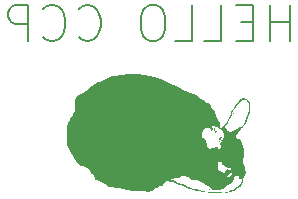
<source format=gbr>
%TF.GenerationSoftware,KiCad,Pcbnew,7.0.5*%
%TF.CreationDate,2024-08-16T02:05:39-04:00*%
%TF.ProjectId,74ls245_high_current_attempt_2,37346c73-3234-4355-9f68-6967685f6375,rev?*%
%TF.SameCoordinates,Original*%
%TF.FileFunction,Legend,Bot*%
%TF.FilePolarity,Positive*%
%FSLAX46Y46*%
G04 Gerber Fmt 4.6, Leading zero omitted, Abs format (unit mm)*
G04 Created by KiCad (PCBNEW 7.0.5) date 2024-08-16 02:05:39*
%MOMM*%
%LPD*%
G01*
G04 APERTURE LIST*
%ADD10C,0.150000*%
G04 APERTURE END LIST*
D10*
X73972218Y-23889732D02*
X73972218Y-20889732D01*
X73972218Y-22318303D02*
X72257932Y-22318303D01*
X72257932Y-23889732D02*
X72257932Y-20889732D01*
X70829361Y-22318303D02*
X69829361Y-22318303D01*
X69400789Y-23889732D02*
X70829361Y-23889732D01*
X70829361Y-23889732D02*
X70829361Y-20889732D01*
X70829361Y-20889732D02*
X69400789Y-20889732D01*
X66686503Y-23889732D02*
X68115075Y-23889732D01*
X68115075Y-23889732D02*
X68115075Y-20889732D01*
X64257932Y-23889732D02*
X65686504Y-23889732D01*
X65686504Y-23889732D02*
X65686504Y-20889732D01*
X62686504Y-20889732D02*
X62115076Y-20889732D01*
X62115076Y-20889732D02*
X61829361Y-21032589D01*
X61829361Y-21032589D02*
X61543647Y-21318303D01*
X61543647Y-21318303D02*
X61400790Y-21889732D01*
X61400790Y-21889732D02*
X61400790Y-22889732D01*
X61400790Y-22889732D02*
X61543647Y-23461160D01*
X61543647Y-23461160D02*
X61829361Y-23746875D01*
X61829361Y-23746875D02*
X62115076Y-23889732D01*
X62115076Y-23889732D02*
X62686504Y-23889732D01*
X62686504Y-23889732D02*
X62972219Y-23746875D01*
X62972219Y-23746875D02*
X63257933Y-23461160D01*
X63257933Y-23461160D02*
X63400790Y-22889732D01*
X63400790Y-22889732D02*
X63400790Y-21889732D01*
X63400790Y-21889732D02*
X63257933Y-21318303D01*
X63257933Y-21318303D02*
X62972219Y-21032589D01*
X62972219Y-21032589D02*
X62686504Y-20889732D01*
X56115076Y-23604017D02*
X56257933Y-23746875D01*
X56257933Y-23746875D02*
X56686505Y-23889732D01*
X56686505Y-23889732D02*
X56972219Y-23889732D01*
X56972219Y-23889732D02*
X57400790Y-23746875D01*
X57400790Y-23746875D02*
X57686505Y-23461160D01*
X57686505Y-23461160D02*
X57829362Y-23175446D01*
X57829362Y-23175446D02*
X57972219Y-22604017D01*
X57972219Y-22604017D02*
X57972219Y-22175446D01*
X57972219Y-22175446D02*
X57829362Y-21604017D01*
X57829362Y-21604017D02*
X57686505Y-21318303D01*
X57686505Y-21318303D02*
X57400790Y-21032589D01*
X57400790Y-21032589D02*
X56972219Y-20889732D01*
X56972219Y-20889732D02*
X56686505Y-20889732D01*
X56686505Y-20889732D02*
X56257933Y-21032589D01*
X56257933Y-21032589D02*
X56115076Y-21175446D01*
X53115076Y-23604017D02*
X53257933Y-23746875D01*
X53257933Y-23746875D02*
X53686505Y-23889732D01*
X53686505Y-23889732D02*
X53972219Y-23889732D01*
X53972219Y-23889732D02*
X54400790Y-23746875D01*
X54400790Y-23746875D02*
X54686505Y-23461160D01*
X54686505Y-23461160D02*
X54829362Y-23175446D01*
X54829362Y-23175446D02*
X54972219Y-22604017D01*
X54972219Y-22604017D02*
X54972219Y-22175446D01*
X54972219Y-22175446D02*
X54829362Y-21604017D01*
X54829362Y-21604017D02*
X54686505Y-21318303D01*
X54686505Y-21318303D02*
X54400790Y-21032589D01*
X54400790Y-21032589D02*
X53972219Y-20889732D01*
X53972219Y-20889732D02*
X53686505Y-20889732D01*
X53686505Y-20889732D02*
X53257933Y-21032589D01*
X53257933Y-21032589D02*
X53115076Y-21175446D01*
X51829362Y-23889732D02*
X51829362Y-20889732D01*
X51829362Y-20889732D02*
X50686505Y-20889732D01*
X50686505Y-20889732D02*
X50400790Y-21032589D01*
X50400790Y-21032589D02*
X50257933Y-21175446D01*
X50257933Y-21175446D02*
X50115076Y-21461160D01*
X50115076Y-21461160D02*
X50115076Y-21889732D01*
X50115076Y-21889732D02*
X50257933Y-22175446D01*
X50257933Y-22175446D02*
X50400790Y-22318303D01*
X50400790Y-22318303D02*
X50686505Y-22461160D01*
X50686505Y-22461160D02*
X51829362Y-22461160D01*
%TO.C,G\u002A\u002A\u002A*%
G36*
X68051951Y-32399531D02*
G01*
X68026951Y-32424531D01*
X68001951Y-32399531D01*
X68026951Y-32374531D01*
X68051951Y-32399531D01*
G37*
G36*
X67101951Y-31349531D02*
G01*
X67076951Y-31374531D01*
X67051951Y-31349531D01*
X67076951Y-31324531D01*
X67101951Y-31349531D01*
G37*
G36*
X68151951Y-31674531D02*
G01*
X68148343Y-31701000D01*
X68118618Y-31707864D01*
X68112634Y-31700535D01*
X68118618Y-31641197D01*
X68133657Y-31633375D01*
X68151951Y-31674531D01*
G37*
G36*
X67901951Y-31424531D02*
G01*
X67898343Y-31451000D01*
X67868618Y-31457864D01*
X67862634Y-31450535D01*
X67868618Y-31391197D01*
X67883657Y-31383375D01*
X67901951Y-31424531D01*
G37*
G36*
X67551951Y-31574531D02*
G01*
X67548343Y-31601000D01*
X67518618Y-31607864D01*
X67512634Y-31600535D01*
X67518618Y-31541197D01*
X67533657Y-31533375D01*
X67551951Y-31574531D01*
G37*
G36*
X67201951Y-36474531D02*
G01*
X67198343Y-36501000D01*
X67168618Y-36507864D01*
X67162634Y-36500535D01*
X67168618Y-36441197D01*
X67183657Y-36433375D01*
X67201951Y-36474531D01*
G37*
G36*
X69275250Y-29893125D02*
G01*
X69280523Y-29974531D01*
X69268057Y-30032824D01*
X69214478Y-30074531D01*
X69212055Y-30074512D01*
X69173812Y-30052474D01*
X69201951Y-29974531D01*
X69237883Y-29912476D01*
X69267996Y-29874531D01*
X69275250Y-29893125D01*
G37*
G36*
X67801951Y-31549531D02*
G01*
X67827535Y-31615091D01*
X67848437Y-31689981D01*
X67846040Y-31702959D01*
X67801951Y-31699531D01*
X67773009Y-31659766D01*
X67755466Y-31559080D01*
X67757680Y-31507460D01*
X67768771Y-31480938D01*
X67801951Y-31549531D01*
G37*
G36*
X67590217Y-31254533D02*
G01*
X67612018Y-31279712D01*
X67701951Y-31338086D01*
X67738473Y-31361102D01*
X67679451Y-31370583D01*
X67676562Y-31370707D01*
X67614551Y-31386587D01*
X67641951Y-31434531D01*
X67673557Y-31483563D01*
X67696151Y-31597031D01*
X67693327Y-31642646D01*
X67685547Y-31670246D01*
X67666298Y-31599531D01*
X67646149Y-31538048D01*
X67597098Y-31452031D01*
X67572463Y-31409071D01*
X67552717Y-31302031D01*
X67561093Y-31247303D01*
X67590217Y-31254533D01*
G37*
G36*
X70601951Y-29522878D02*
G01*
X70600805Y-29616727D01*
X70590131Y-29824349D01*
X70570654Y-29990887D01*
X70545329Y-30086904D01*
X70523536Y-30135596D01*
X70474840Y-30278533D01*
X70429425Y-30447725D01*
X70423160Y-30473031D01*
X70352855Y-30671392D01*
X70251106Y-30873670D01*
X70133639Y-31055154D01*
X70016179Y-31191135D01*
X69914451Y-31256903D01*
X69844315Y-31291489D01*
X69801951Y-31362060D01*
X69801951Y-31362114D01*
X69771068Y-31436867D01*
X69696512Y-31549531D01*
X69690242Y-31559005D01*
X69576951Y-31702114D01*
X69572935Y-31706821D01*
X69461458Y-31842156D01*
X69393693Y-31931890D01*
X69382151Y-31947174D01*
X69351951Y-31999490D01*
X69379527Y-32049848D01*
X69464479Y-32126273D01*
X69569690Y-32193342D01*
X69656702Y-32222867D01*
X69750176Y-32249532D01*
X69865324Y-32361868D01*
X69959663Y-32549030D01*
X70029559Y-32796987D01*
X70071376Y-33091706D01*
X70081480Y-33419156D01*
X70056236Y-33765304D01*
X70037188Y-33932899D01*
X70027609Y-34100648D01*
X70038644Y-34211724D01*
X70070973Y-34290304D01*
X70072090Y-34292160D01*
X70114059Y-34397705D01*
X70155287Y-34549531D01*
X70159688Y-34565737D01*
X70199294Y-34760755D01*
X70201964Y-34776744D01*
X70211886Y-34836159D01*
X70234443Y-34999641D01*
X70234413Y-35097626D01*
X70234410Y-35105908D01*
X70209210Y-35185380D01*
X70156264Y-35268474D01*
X70153597Y-35272271D01*
X70081717Y-35420434D01*
X70051951Y-35571355D01*
X70048497Y-35631110D01*
X70043484Y-35653106D01*
X70006991Y-35813226D01*
X69929797Y-35998945D01*
X69831201Y-36162947D01*
X69725491Y-36279915D01*
X69626951Y-36324531D01*
X69622215Y-36324894D01*
X69547329Y-36364479D01*
X69451951Y-36449531D01*
X69445669Y-36456083D01*
X69338079Y-36539958D01*
X69241630Y-36574531D01*
X69222780Y-36575809D01*
X69104983Y-36604628D01*
X68962846Y-36659484D01*
X68936622Y-36671239D01*
X68780877Y-36734092D01*
X68651951Y-36776438D01*
X68601935Y-36785444D01*
X68455187Y-36798513D01*
X68255807Y-36807168D01*
X68025589Y-36811489D01*
X67786329Y-36811558D01*
X67559818Y-36807456D01*
X67367852Y-36799264D01*
X67232225Y-36787063D01*
X67174729Y-36770935D01*
X67151465Y-36755590D01*
X67049827Y-36733295D01*
X66902256Y-36724531D01*
X66832992Y-36722615D01*
X66654736Y-36703516D01*
X66517706Y-36670556D01*
X66420260Y-36641898D01*
X66246223Y-36604905D01*
X66051951Y-36573975D01*
X65832325Y-36541190D01*
X65500483Y-36471390D01*
X65251340Y-36389005D01*
X65093399Y-36296497D01*
X65005591Y-36228378D01*
X64784467Y-36116035D01*
X64565321Y-36074531D01*
X64442953Y-36044725D01*
X64318059Y-35966176D01*
X64281553Y-35936174D01*
X64134217Y-35869411D01*
X63914836Y-35835060D01*
X63791501Y-35821186D01*
X63645212Y-35792567D01*
X63561942Y-35760209D01*
X63531565Y-35742753D01*
X63459078Y-35755528D01*
X63373012Y-35846733D01*
X63264172Y-36024531D01*
X63212564Y-36107684D01*
X63126965Y-36181791D01*
X63006286Y-36202364D01*
X63001036Y-36202482D01*
X62880188Y-36219553D01*
X62810877Y-36254969D01*
X62799743Y-36267205D01*
X62715761Y-36325497D01*
X62589451Y-36391982D01*
X62545781Y-36413479D01*
X62443024Y-36476242D01*
X62401951Y-36521985D01*
X62401141Y-36527462D01*
X62346845Y-36574801D01*
X62231299Y-36622649D01*
X62088041Y-36659671D01*
X61950613Y-36674531D01*
X61846902Y-36657230D01*
X61755814Y-36604185D01*
X61733133Y-36581775D01*
X61654174Y-36558159D01*
X61519953Y-36582843D01*
X61501267Y-36587445D01*
X61342882Y-36605668D01*
X61124200Y-36608647D01*
X60868121Y-36598511D01*
X60597544Y-36577389D01*
X60335369Y-36547410D01*
X60104495Y-36510700D01*
X59927821Y-36469389D01*
X59828248Y-36425606D01*
X59777561Y-36405729D01*
X59642289Y-36376621D01*
X59449199Y-36346801D01*
X59221648Y-36320323D01*
X59001333Y-36296725D01*
X58820258Y-36269988D01*
X58696149Y-36237913D01*
X58606037Y-36194306D01*
X58526951Y-36132972D01*
X58381811Y-36014545D01*
X58197461Y-35908070D01*
X58032979Y-35874531D01*
X57951130Y-35858955D01*
X57886123Y-35805401D01*
X57878211Y-35792210D01*
X57797537Y-35736508D01*
X57668274Y-35691313D01*
X57634381Y-35680958D01*
X63861195Y-35680958D01*
X63901478Y-35709555D01*
X63991030Y-35699603D01*
X64097177Y-35652859D01*
X64137893Y-35633426D01*
X64132632Y-35665339D01*
X64137350Y-35710536D01*
X64221227Y-35752561D01*
X64313064Y-35790595D01*
X64431021Y-35879027D01*
X64521672Y-35941321D01*
X64658180Y-35974531D01*
X64734274Y-35985075D01*
X64899226Y-36040568D01*
X65078284Y-36127830D01*
X65230824Y-36228821D01*
X65280403Y-36257150D01*
X65416686Y-36310776D01*
X65596001Y-36367982D01*
X65784923Y-36419206D01*
X65950028Y-36454883D01*
X66057892Y-36465451D01*
X66127253Y-36469528D01*
X66279027Y-36499639D01*
X66451951Y-36550196D01*
X66565064Y-36585338D01*
X66753700Y-36631903D01*
X66901951Y-36654628D01*
X66965338Y-36658418D01*
X67134512Y-36668332D01*
X67353723Y-36681030D01*
X67591592Y-36694690D01*
X67731935Y-36703114D01*
X67961976Y-36718562D01*
X68154573Y-36733452D01*
X68278516Y-36745479D01*
X68296338Y-36747414D01*
X68415806Y-36745322D01*
X68480804Y-36718296D01*
X68505247Y-36696068D01*
X68593881Y-36677396D01*
X68643224Y-36677436D01*
X68758966Y-36656916D01*
X68859206Y-36619760D01*
X68901951Y-36579334D01*
X68902337Y-36576984D01*
X68953147Y-36550992D01*
X69063396Y-36533500D01*
X69067120Y-36533197D01*
X69191006Y-36502616D01*
X69265882Y-36447863D01*
X69269419Y-36442110D01*
X69346362Y-36368159D01*
X69465080Y-36292742D01*
X69560404Y-36231727D01*
X69700906Y-36100704D01*
X69819295Y-35945747D01*
X69902130Y-35789125D01*
X69935971Y-35653106D01*
X69907378Y-35559957D01*
X69845301Y-35527872D01*
X69750704Y-35563706D01*
X69689594Y-35595191D01*
X69658186Y-35572688D01*
X69651951Y-35468704D01*
X69644420Y-35363112D01*
X69601330Y-35329532D01*
X69491937Y-35344033D01*
X69402115Y-35368840D01*
X69288922Y-35448975D01*
X69274640Y-35500510D01*
X69252717Y-35579615D01*
X69241389Y-35625378D01*
X69167345Y-35740506D01*
X69044982Y-35870832D01*
X68898635Y-35992017D01*
X68752642Y-36079724D01*
X68695077Y-36109478D01*
X68535848Y-36212435D01*
X68383279Y-36333354D01*
X68278888Y-36421207D01*
X68178956Y-36476991D01*
X68060635Y-36498083D01*
X67883279Y-36497854D01*
X67741918Y-36498779D01*
X67581668Y-36512764D01*
X67481870Y-36537540D01*
X67465414Y-36545730D01*
X67409540Y-36559815D01*
X67416819Y-36507907D01*
X67417581Y-36450317D01*
X67336900Y-36394917D01*
X67263282Y-36358952D01*
X67161616Y-36267358D01*
X67112164Y-36211051D01*
X67048683Y-36174531D01*
X67018441Y-36164806D01*
X66921416Y-36110544D01*
X66794017Y-36024531D01*
X66719213Y-35974149D01*
X66588002Y-35902622D01*
X66496934Y-35874531D01*
X66441386Y-35861255D01*
X66359275Y-35789392D01*
X66350636Y-35774522D01*
X66301420Y-35731581D01*
X66230582Y-35771517D01*
X66175834Y-35805264D01*
X66117410Y-35806656D01*
X66109890Y-35796625D01*
X66135285Y-35774531D01*
X66158035Y-35766352D01*
X66185285Y-35700324D01*
X66177010Y-35661544D01*
X66129589Y-35672342D01*
X66057467Y-35701546D01*
X65934428Y-35715477D01*
X65801663Y-35711018D01*
X65695421Y-35689646D01*
X65651951Y-35652843D01*
X65642011Y-35628850D01*
X65568668Y-35557878D01*
X65550582Y-35545962D01*
X68372724Y-35545962D01*
X68392878Y-35574531D01*
X68439699Y-35558233D01*
X68490153Y-35500510D01*
X68489411Y-35462031D01*
X68538904Y-35462031D01*
X68680524Y-35462031D01*
X68690096Y-35461765D01*
X68821751Y-35420117D01*
X68955848Y-35326894D01*
X69060033Y-35210071D01*
X69101951Y-35097626D01*
X69095412Y-35047119D01*
X69058032Y-35046634D01*
X68964451Y-35103039D01*
X68954824Y-35109433D01*
X68818709Y-35211173D01*
X68766413Y-35255991D01*
X68682928Y-35327539D01*
X68659377Y-35349531D01*
X68538904Y-35462031D01*
X68489411Y-35462031D01*
X68489083Y-35444996D01*
X68464094Y-35445907D01*
X68402954Y-35498322D01*
X68372724Y-35545962D01*
X65550582Y-35545962D01*
X65447379Y-35477968D01*
X65407741Y-35457836D01*
X65248858Y-35403074D01*
X65071399Y-35369494D01*
X64903827Y-35359386D01*
X64774608Y-35375045D01*
X64712208Y-35418761D01*
X64665507Y-35456543D01*
X64560285Y-35476649D01*
X64546764Y-35476995D01*
X64389593Y-35493721D01*
X64213052Y-35528949D01*
X64046751Y-35574660D01*
X63920302Y-35622831D01*
X63863314Y-35665442D01*
X63861195Y-35680958D01*
X57634381Y-35680958D01*
X57552061Y-35655808D01*
X57486048Y-35597654D01*
X57461791Y-35492248D01*
X57413030Y-35349531D01*
X62501951Y-35349531D01*
X62526951Y-35374531D01*
X62551951Y-35349531D01*
X62526951Y-35324531D01*
X62501951Y-35349531D01*
X57413030Y-35349531D01*
X57411226Y-35344250D01*
X57299291Y-35196982D01*
X57268660Y-35166389D01*
X57260159Y-35156236D01*
X61810796Y-35156236D01*
X61851951Y-35174531D01*
X61878421Y-35170922D01*
X61885285Y-35141197D01*
X61877956Y-35135213D01*
X61818618Y-35141197D01*
X61810796Y-35156236D01*
X57260159Y-35156236D01*
X57242178Y-35134761D01*
X62278116Y-35134761D01*
X62278688Y-35141197D01*
X62283870Y-35199531D01*
X62319589Y-35242723D01*
X62416857Y-35274531D01*
X62474733Y-35273185D01*
X62490595Y-35255991D01*
X62424008Y-35201121D01*
X62336648Y-35143664D01*
X62278116Y-35134761D01*
X57242178Y-35134761D01*
X57185381Y-35066925D01*
X57178284Y-35052481D01*
X61851951Y-35052481D01*
X61853251Y-35057471D01*
X61901951Y-35074531D01*
X61915656Y-35072496D01*
X61951951Y-35021580D01*
X61948026Y-35003495D01*
X61901951Y-34999531D01*
X61886988Y-35009793D01*
X61851951Y-35052481D01*
X57178284Y-35052481D01*
X57151951Y-34998892D01*
X57149975Y-34983632D01*
X57091229Y-34892487D01*
X56968824Y-34783248D01*
X56807044Y-34671373D01*
X56630172Y-34572322D01*
X56462492Y-34501555D01*
X56328286Y-34474531D01*
X56300731Y-34471366D01*
X56177093Y-34407927D01*
X56058836Y-34298901D01*
X67896974Y-34298901D01*
X67905764Y-34495706D01*
X67916549Y-34588835D01*
X67925182Y-34717961D01*
X67920375Y-34782760D01*
X67941435Y-34826836D01*
X68022846Y-34890261D01*
X68132082Y-34952933D01*
X68235895Y-34995871D01*
X68301040Y-35000094D01*
X68321197Y-34991988D01*
X68351951Y-35021580D01*
X68359754Y-35064040D01*
X68400696Y-35072855D01*
X68461246Y-35013833D01*
X68523729Y-34899531D01*
X68552123Y-34841122D01*
X68632037Y-34746075D01*
X68710531Y-34729833D01*
X68770033Y-34799531D01*
X68785733Y-34832828D01*
X68846561Y-34870642D01*
X68948736Y-34827576D01*
X68994088Y-34776744D01*
X68957581Y-34706313D01*
X68910491Y-34668703D01*
X68824034Y-34657569D01*
X68811501Y-34660290D01*
X68720649Y-34635964D01*
X68609333Y-34563414D01*
X68605767Y-34560433D01*
X68590266Y-34549531D01*
X68801951Y-34549531D01*
X68826951Y-34574531D01*
X68851951Y-34549531D01*
X68826951Y-34524531D01*
X68801951Y-34549531D01*
X68590266Y-34549531D01*
X68458879Y-34457122D01*
X68307785Y-34376947D01*
X68269287Y-34359966D01*
X68192036Y-34305378D01*
X68200708Y-34251029D01*
X68226006Y-34206006D01*
X68200385Y-34146725D01*
X68091508Y-34124531D01*
X68034535Y-34128941D01*
X67937996Y-34180445D01*
X67896974Y-34298901D01*
X56058836Y-34298901D01*
X56035690Y-34277562D01*
X55894850Y-34099466D01*
X55772900Y-33892832D01*
X55729590Y-33808056D01*
X55634935Y-33634883D01*
X55553440Y-33499531D01*
X55483742Y-33383697D01*
X55388540Y-33211381D01*
X55291356Y-33024531D01*
X55128050Y-32699531D01*
X55129880Y-31824531D01*
X55129920Y-31805731D01*
X55130116Y-31758039D01*
X66554975Y-31758039D01*
X66556574Y-31901257D01*
X66572233Y-32034660D01*
X66601951Y-32124531D01*
X66636113Y-32165473D01*
X66651186Y-32135271D01*
X66669160Y-32097548D01*
X66743153Y-32119822D01*
X66805545Y-32186304D01*
X66872782Y-32321523D01*
X66922035Y-32482925D01*
X66938441Y-32631560D01*
X66942609Y-32661535D01*
X66990195Y-32765563D01*
X67070466Y-32883126D01*
X67157895Y-32979762D01*
X67226951Y-33021011D01*
X67243603Y-33019638D01*
X67340931Y-32996477D01*
X67476887Y-32953448D01*
X67553160Y-32928988D01*
X67660602Y-32912140D01*
X67713622Y-32941701D01*
X67737837Y-32962495D01*
X67751186Y-32908459D01*
X67751399Y-32896337D01*
X67766033Y-32846453D01*
X67818916Y-32884352D01*
X67855148Y-32925607D01*
X67906416Y-33009133D01*
X67948365Y-33029027D01*
X68044991Y-32970740D01*
X68052043Y-32964927D01*
X68117171Y-32900650D01*
X68119991Y-32873765D01*
X68108476Y-32865461D01*
X68149963Y-32826817D01*
X68175757Y-32808440D01*
X68192598Y-32761639D01*
X68137059Y-32685699D01*
X68091713Y-32631163D01*
X68082851Y-32573616D01*
X68148692Y-32502480D01*
X68188411Y-32456764D01*
X68202843Y-32372582D01*
X68137119Y-32317194D01*
X68004599Y-32308577D01*
X67933402Y-32311648D01*
X67939451Y-32295594D01*
X67971262Y-32268059D01*
X68001951Y-32176486D01*
X68008942Y-32133509D01*
X68058196Y-32046781D01*
X68128540Y-31990382D01*
X68188767Y-31994679D01*
X68196586Y-32038354D01*
X68161426Y-32127939D01*
X68147579Y-32151016D01*
X68128161Y-32219849D01*
X68183050Y-32258789D01*
X68252008Y-32261591D01*
X68328405Y-32197682D01*
X68379936Y-32079265D01*
X68400604Y-31931890D01*
X68384411Y-31781109D01*
X68325361Y-31652474D01*
X68281183Y-31575732D01*
X68251951Y-31464974D01*
X68239365Y-31415579D01*
X68174927Y-31374531D01*
X68164169Y-31373666D01*
X68066742Y-31337067D01*
X67947361Y-31263231D01*
X67856966Y-31202072D01*
X67793081Y-31185560D01*
X67750152Y-31225731D01*
X67746025Y-31232200D01*
X67711231Y-31269476D01*
X67702717Y-31212031D01*
X67669820Y-31145152D01*
X67560285Y-31124531D01*
X67423345Y-31140459D01*
X67392675Y-31174531D01*
X67379046Y-31189671D01*
X67426441Y-31273966D01*
X67443045Y-31293072D01*
X67475225Y-31365937D01*
X67432129Y-31450906D01*
X67425455Y-31459977D01*
X67377628Y-31509927D01*
X67335157Y-31492154D01*
X67270030Y-31397413D01*
X67201748Y-31307046D01*
X67116854Y-31265330D01*
X66979113Y-31265665D01*
X66876612Y-31287043D01*
X66753531Y-31349531D01*
X66744445Y-31354144D01*
X66656558Y-31444642D01*
X66639840Y-31537031D01*
X66641256Y-31546976D01*
X66601952Y-31574531D01*
X66593956Y-31577026D01*
X66567436Y-31638722D01*
X66554975Y-31758039D01*
X55130116Y-31758039D01*
X55131201Y-31493738D01*
X55133557Y-31349531D01*
X66601951Y-31349531D01*
X66626951Y-31374531D01*
X66651951Y-31349531D01*
X66626951Y-31324531D01*
X66601951Y-31349531D01*
X55133557Y-31349531D01*
X55134975Y-31262712D01*
X55140728Y-31148526D01*
X67262634Y-31148526D01*
X67268618Y-31207864D01*
X67283657Y-31215686D01*
X67301951Y-31174531D01*
X67298343Y-31148061D01*
X67268618Y-31141197D01*
X67262634Y-31148526D01*
X55140728Y-31148526D01*
X55143447Y-31094565D01*
X55158828Y-30971205D01*
X55183324Y-30874543D01*
X55219144Y-30786488D01*
X55268497Y-30688951D01*
X55331376Y-30574663D01*
X55403740Y-30457375D01*
X55449292Y-30401174D01*
X55472598Y-30375129D01*
X55531857Y-30276745D01*
X55601208Y-30136753D01*
X55639861Y-30052655D01*
X55708234Y-29907833D01*
X55755534Y-29812709D01*
X55765491Y-29783354D01*
X55784338Y-29659813D01*
X55797542Y-29476989D01*
X55802717Y-29262709D01*
X55803845Y-29156607D01*
X55811256Y-28963040D01*
X55823995Y-28818925D01*
X55840217Y-28749531D01*
X55870157Y-28713606D01*
X55984043Y-28606687D01*
X56132373Y-28490140D01*
X56287999Y-28383144D01*
X56423770Y-28304881D01*
X56512540Y-28274531D01*
X56572657Y-28260256D01*
X56713782Y-28169875D01*
X56897470Y-27999531D01*
X56922392Y-27974146D01*
X57055164Y-27847444D01*
X57162646Y-27758252D01*
X57223544Y-27724531D01*
X57251741Y-27715069D01*
X57341315Y-27652092D01*
X57451951Y-27549530D01*
X57537958Y-27468438D01*
X57662438Y-27394592D01*
X57804010Y-27374531D01*
X57936002Y-27357680D01*
X58076951Y-27274531D01*
X58157465Y-27209568D01*
X58257480Y-27174531D01*
X58279037Y-27172142D01*
X58390106Y-27131618D01*
X58520925Y-27056848D01*
X58567968Y-27028463D01*
X58747374Y-26951604D01*
X58935645Y-26903798D01*
X58995399Y-26895091D01*
X59258165Y-26857672D01*
X59551355Y-26816986D01*
X59849088Y-26776524D01*
X60125480Y-26739777D01*
X60354649Y-26710235D01*
X60510712Y-26691388D01*
X60525698Y-26689882D01*
X60708687Y-26685470D01*
X60952954Y-26696531D01*
X61235474Y-26720207D01*
X61533222Y-26753641D01*
X61823173Y-26793975D01*
X62082301Y-26838353D01*
X62287582Y-26883918D01*
X62415991Y-26927812D01*
X62449493Y-26943913D01*
X62610880Y-27001323D01*
X62750540Y-27024530D01*
X62859284Y-27038357D01*
X62926951Y-27074531D01*
X62954685Y-27099674D01*
X63047153Y-27124531D01*
X63122255Y-27145548D01*
X63221650Y-27218672D01*
X63258030Y-27250834D01*
X63384901Y-27328710D01*
X63541899Y-27398389D01*
X63608676Y-27423149D01*
X63788670Y-27493247D01*
X63934508Y-27554247D01*
X63938689Y-27556097D01*
X64076614Y-27604493D01*
X64189484Y-27624531D01*
X64238563Y-27634320D01*
X64363304Y-27688269D01*
X64506927Y-27773621D01*
X64592567Y-27828688D01*
X64715252Y-27896681D01*
X64789941Y-27923621D01*
X64851695Y-27948452D01*
X64938553Y-28024531D01*
X65018383Y-28088064D01*
X65135113Y-28124531D01*
X65207085Y-28133736D01*
X65274574Y-28170684D01*
X65335349Y-28211681D01*
X65449070Y-28248898D01*
X65563734Y-28289680D01*
X65654619Y-28352744D01*
X65719977Y-28397722D01*
X65840424Y-28424531D01*
X65896815Y-28434943D01*
X66030255Y-28495591D01*
X66171802Y-28592369D01*
X66248107Y-28651492D01*
X66385052Y-28743592D01*
X66486906Y-28794930D01*
X66512053Y-28804841D01*
X66629150Y-28875416D01*
X66754693Y-28977092D01*
X66795000Y-29013038D01*
X66901514Y-29092734D01*
X66972885Y-29124531D01*
X66994614Y-29129596D01*
X67081601Y-29186817D01*
X67182919Y-29282198D01*
X67266919Y-29383587D01*
X67301951Y-29458832D01*
X67307861Y-29477249D01*
X67369124Y-29552532D01*
X67475411Y-29644966D01*
X67580460Y-29739266D01*
X67646427Y-29854907D01*
X67681737Y-30025028D01*
X67696220Y-30108925D01*
X67736844Y-30249288D01*
X67783277Y-30329780D01*
X67816430Y-30366755D01*
X67851951Y-30462419D01*
X67852588Y-30470461D01*
X67894877Y-30558052D01*
X67983083Y-30659592D01*
X67985164Y-30661524D01*
X68066650Y-30753834D01*
X68096655Y-30852772D01*
X68089136Y-31003615D01*
X68083639Y-31067701D01*
X68084732Y-31190496D01*
X68103255Y-31250336D01*
X68132992Y-31249025D01*
X68221974Y-31199898D01*
X68235360Y-31189680D01*
X68464944Y-31189680D01*
X68502561Y-31237409D01*
X68571374Y-31318563D01*
X68641224Y-31441934D01*
X68702096Y-31536463D01*
X68778114Y-31556003D01*
X68815391Y-31548368D01*
X68851951Y-31576100D01*
X68863149Y-31603479D01*
X68932168Y-31623561D01*
X69030774Y-31604283D01*
X69119809Y-31549531D01*
X69201951Y-31549531D01*
X69226951Y-31574531D01*
X69251951Y-31549531D01*
X69226951Y-31524531D01*
X69201951Y-31549531D01*
X69119809Y-31549531D01*
X69174978Y-31507763D01*
X69273380Y-31474531D01*
X69311487Y-31466109D01*
X69351951Y-31407864D01*
X69386083Y-31362039D01*
X69493618Y-31341197D01*
X69615999Y-31313595D01*
X69743618Y-31232864D01*
X69833430Y-31156799D01*
X69899407Y-31124531D01*
X69973739Y-31083173D01*
X70070432Y-30961776D01*
X70177150Y-30776702D01*
X70284454Y-30544410D01*
X70382908Y-30281357D01*
X70437875Y-30109055D01*
X70499938Y-29871304D01*
X70530128Y-29666126D01*
X70535146Y-29457250D01*
X70534586Y-29434760D01*
X70525711Y-29256743D01*
X70503533Y-29144722D01*
X70457474Y-29067779D01*
X70376951Y-28994999D01*
X70313094Y-28947925D01*
X70155321Y-28876310D01*
X70002809Y-28885333D01*
X69840095Y-28978499D01*
X69651714Y-29159309D01*
X69639712Y-29172482D01*
X69501898Y-29329158D01*
X69383981Y-29472091D01*
X69310352Y-29571809D01*
X69242027Y-29668790D01*
X69185162Y-29730846D01*
X69169211Y-29754855D01*
X69138925Y-29857724D01*
X69115898Y-30005846D01*
X69104926Y-30086038D01*
X69072167Y-30223710D01*
X69033843Y-30300893D01*
X68991937Y-30350597D01*
X68915290Y-30470796D01*
X68837192Y-30615440D01*
X68776583Y-30748622D01*
X68752402Y-30834436D01*
X68747824Y-30853879D01*
X68690979Y-30937641D01*
X68589902Y-31037409D01*
X68577304Y-31048118D01*
X68486312Y-31134703D01*
X68464944Y-31189680D01*
X68235360Y-31189680D01*
X68339365Y-31110290D01*
X68460876Y-31001065D01*
X68562218Y-30893088D01*
X68619102Y-30807223D01*
X68637217Y-30762183D01*
X68715901Y-30584814D01*
X68801570Y-30412522D01*
X68879157Y-30274417D01*
X68933594Y-30199609D01*
X68949806Y-30177905D01*
X68989295Y-30071937D01*
X69017957Y-29924531D01*
X69060365Y-29748003D01*
X69148815Y-29630932D01*
X69214398Y-29574196D01*
X69251951Y-29505238D01*
X69259053Y-29485111D01*
X69317209Y-29397689D01*
X69421289Y-29266462D01*
X69555931Y-29111336D01*
X69684428Y-28971301D01*
X69795145Y-28863317D01*
X69882236Y-28804259D01*
X69968227Y-28779530D01*
X70075643Y-28774531D01*
X70149883Y-28777101D01*
X70305369Y-28816022D01*
X70446664Y-28919591D01*
X70456102Y-28928425D01*
X70526018Y-28999512D01*
X70569033Y-29069135D01*
X70591674Y-29162661D01*
X70600470Y-29305454D01*
X70601504Y-29457250D01*
X70601951Y-29522878D01*
G37*
%TD*%
M02*

</source>
